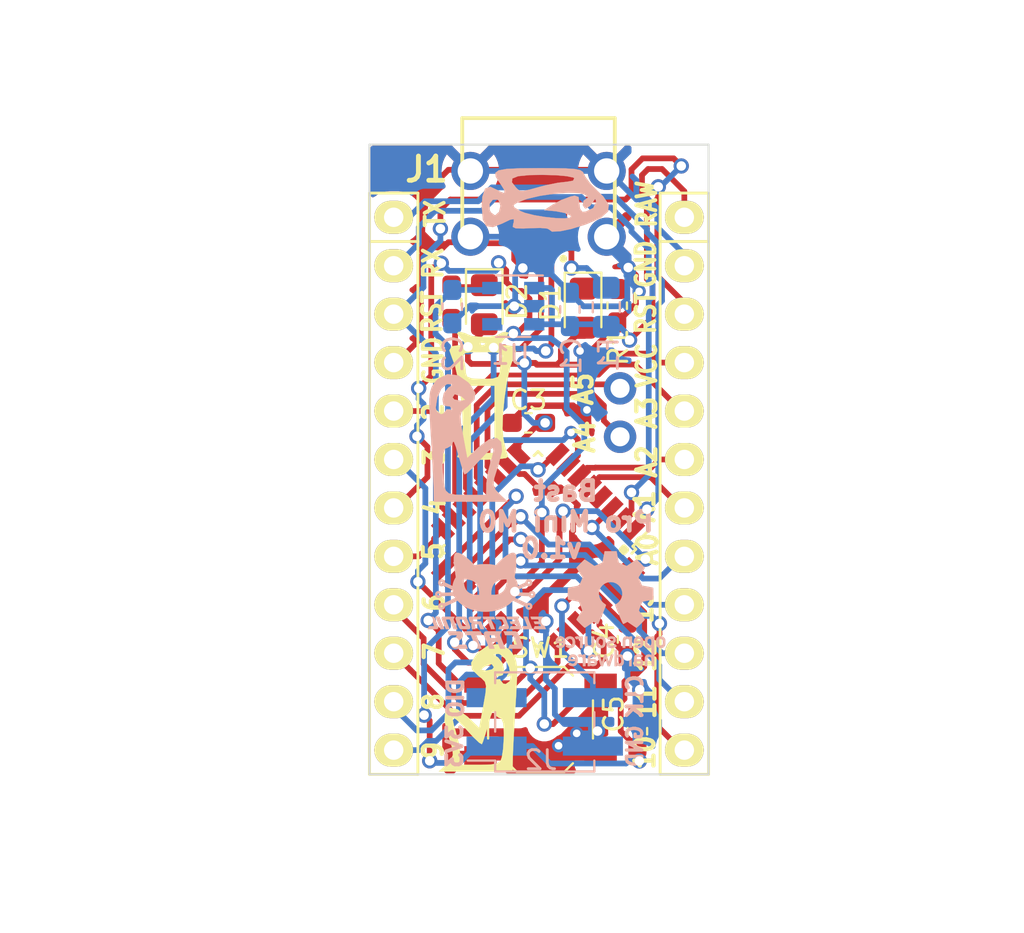
<source format=kicad_pcb>
(kicad_pcb (version 20221018) (generator pcbnew)
  (title_block (title "Bast Pro Mini M0 ") (date "2019-11-15") (rev "1.0") (company "Electronic Cats") (comment 1 "Eduardo Contreras") (comment 2 "Andres Sabas") (comment 3 "Edgar Capuchino"))
  (layers (0 "F.Cu" signal) (31 "B.Cu" signal) (34 "B.Paste" user) (35 "F.Paste" user) (36 "B.SilkS" user "B.Silkscreen") (37 "F.SilkS" user "F.Silkscreen") (38 "B.Mask" user) (39 "F.Mask" user) (44 "Edge.Cuts" user))
  (net 0 "")
  (net 1 "/1(Tx)")
  (net 2 "/0(Rx)")
  (net 3 "GND")
  (net 4 "/2")
  (net 5 "/3(**)")
  (net 6 "/4")
  (net 7 "/5(**)")
  (net 8 "/6(**)")
  (net 9 "/7")
  (net 10 "/8")
  (net 11 "/9(**)")
  (net 12 "VCC")
  (net 13 "/A3")
  (net 14 "/A2")
  (net 15 "/A1")
  (net 16 "/A0")
  (net 17 "/13(SCK)")
  (net 18 "/12(MISO)")
  (net 19 "/11(**/MOSI)")
  (net 20 "/10(**/SS)")
  (net 21 "+3V3")
  (net 22 "Net-(C4-Pad1)")
  (net 23 "Net-(D1-Pad1)")
  (net 24 "Net-(D2-Pad1)")
  (net 25 "Net-(F1-Pad2)")
  (net 26 "Net-(J1-Pad4)")
  (net 27 "/SWDIO")
  (net 28 "/SWCLK")
  (net 29 "/SDA")
  (net 30 "/SCL")
  (net 31 "/RESET")
  (net 32 "/D-")
  (net 33 "/D+")
  (net 34 "/LED")
  (net 35 "Net-(U2-Pad4)")
  (footprint "Socket_Arduino_Pro_Mini:Socket_Strip_Arduino_1x12" (layer "F.Cu") (at 138.43 85.09 -90)
    (fp_text reference "P1" hide)
    (fp_text value "Digital")
  )
  (footprint "Socket_Arduino_Pro_Mini:Socket_Strip_Arduino_1x12" (layer "F.Cu") (at 153.67 85.09 -90)
    (fp_text reference "P3")
    (fp_text value "Analog")
  )
  (footprint "Connector_PinHeader_2.54mm:PinHeader_1x02_P2.54mm_Vertical" (layer "F.Cu") (at 150.3 96.6 180)
    (fp_text reference "P2" hide)
    (fp_text value "ADC")
  )
  (footprint "Package_QFP:LQFP-32_7x7mm_P0.8mm" (layer "F.Cu") (at 146 102.5 -135)
    (fp_text reference "U2")
    (fp_text value "ATSAMD21E18A-AF")
  )
  (footprint "LOGO" (layer "F.Cu") (at 142.8 110.8)
    (fp_text reference "G***" hide)
    (fp_text value "LOGO" hide)
  )
  (footprint "LED_SMD:LED_0805_2012Metric_Pad1.15x1.40mm_HandSolder" (layer "F.Cu") (at 148.36 89.855 -90)
    (fp_text reference "D1")
    (fp_text value "POWER")
  )
  (footprint "LOGO" (layer "F.Cu") (at 143.1 94.45)
    (fp_text reference "G***" hide)
    (fp_text value "LOGO" hide)
  )
  (footprint "Resistor_SMD:R_0603_1608Metric_Pad1.05x0.95mm_HandSolder" (layer "F.Cu") (at 141.46 89.545 -90)
    (fp_text reference "R2" hide)
    (fp_text value "330")
  )
  (footprint "Resistor_SMD:R_0603_1608Metric_Pad1.05x0.95mm_HandSolder" (layer "F.Cu") (at 150.15 89.725 -90)
    (fp_text reference "R1")
    (fp_text value "330")
  )
  (footprint "Capacitor_SMD:C_0603_1608Metric_Pad1.05x0.95mm_HandSolder" (layer "F.Cu") (at 151.21 112.04 90)
    (fp_text reference "C5")
    (fp_text value "0.1uF")
  )
  (footprint "Capacitor_SMD:C_0603_1608Metric_Pad1.05x0.95mm_HandSolder" (layer "F.Cu") (at 150.69 107.225 -90)
    (fp_text reference "C4")
    (fp_text value "0.1uF")
  )
  (footprint "Capacitor_SMD:C_0603_1608Metric_Pad1.05x0.95mm_HandSolder" (layer "F.Cu") (at 145.495 95.87 180)
    (fp_text reference "C3")
    (fp_text value "0.1uF")
  )
  (footprint "LED_SMD:LED_0805_2012Metric_Pad1.15x1.40mm_HandSolder" (layer "F.Cu") (at 143.18 89.675 -90)
    (fp_text reference "D2")
    (fp_text value "LED")
  )
  (footprint "Button_Switch_SMD:SW_SPST_TL3342" (layer "F.Cu") (at 146.13 111.42)
    (fp_text reference "SW1")
    (fp_text value "SW_DPST_x2")
  )
  (footprint "Connectors:U254051N4BH806" (layer "F.Cu") (at 146.025 83.625 180)
    (fp_text reference "J1")
    (fp_text value "USB_B_Micro" hide)
  )
  (footprint "Aesthetics:electronic_cats_logo_4x3" (layer "B.Cu") (at 143.23 105.2 180)
    (fp_text reference "G***" hide)
    (fp_text value "LOGO" hide)
  )
  (footprint "Symbols:OSHW-Logo_5.7x6mm_SilkScreen" (layer "B.Cu") (at 149.81 105.61 180)
    (fp_text reference "REF***" hide)
    (fp_text value "OSHW-Logo_5.7x6mm_SilkScreen" hide)
  )
  (footprint "Fuse:Fuse_0805_2012Metric_Pad1.15x1.40mm_HandSolder" (layer "B.Cu") (at 149.578336 89.807959 90)
    (fp_text reference "F1")
    (fp_text value "500mA")
  )
  (footprint "LOGO" (layer "B.Cu") (at 142.4 96.65 180)
    (fp_text reference "G***" hide)
    (fp_text value "LOGO" hide)
  )
  (footprint "LOGO" (layer "B.Cu") (at 146.4 84.1 180)
    (fp_text reference "G***" hide)
    (fp_text value "LOGO" hide)
  )
  (footprint "Capacitor_SMD:C_0603_1608Metric_Pad1.05x0.95mm_HandSolder" (layer "B.Cu") (at 147.670336 89.921959 90)
    (fp_text reference "C1")
    (fp_text value "1uF")
  )
  (footprint "Capacitor_SMD:C_0603_1608Metric_Pad1.05x0.95mm_HandSolder" (layer "B.Cu") (at 141.5 89.775 -90)
    (fp_text reference "C2")
    (fp_text value "1uF")
  )
  (footprint "Connector_PinHeader_2.54mm:PinHeader_2x02_P2.54mm_Vertical_SMD" (layer "B.Cu") (at 146.35 111.55)
    (fp_text reference "J2")
    (fp_text value "Conn_02x02_Odd_Even")
  )
  (footprint "Package_TO_SOT_SMD:SOT-23-5" (layer "B.Cu") (at 144.7 89.75 180)
    (fp_text reference "U1")
    (fp_text value "AP2112K-3.3TRG1")
  )
  (gr_line (start 137.16 81.28) (end 154.94 81.28) (stroke (width 0.1)) (layer "Edge.Cuts"))
  (gr_line (start 154.94 114.3) (end 137.16 114.3) (stroke (width 0.1)) (layer "Edge.Cuts"))
  (gr_line (start 137.16 114.3) (end 137.16 81.28) (stroke (width 0.1)) (layer "Edge.Cuts"))
  (gr_line (start 154.94 81.28) (end 154.94 114.3) (stroke (width 0.1)) (layer "Edge.Cuts"))
  (gr_text "GND" (at 151.075 112.825 90) (layer "B.SilkS") (effects (font (size 0.8 0.7) (thickness 0.175)) (justify mirror)))
  (gr_text "DIO" (at 141.675 110.3 90) (layer "B.SilkS") (effects (font (size 0.8 0.8) (thickness 0.2)) (justify mirror)))
  (gr_text "3V3" (at 141.625 112.825 90) (layer "B.SilkS") (effects (font (size 0.8 0.8) (thickness 0.2)) (justify mirror)))
  (gr_text "Bast\nPro Mini M0" (at 147.45 100.25) (layer "B.SilkS") (effects (font (size 1 1) (thickness 0.25)) (justify mirror)))
  (gr_text "CLK" (at 151.075 110.225 90) (layer "B.SilkS") (effects (font (size 0.8 0.8) (thickness 0.2)) (justify mirror)))
  (gr_text "v1.0" (at 146.7 102.45) (layer "B.SilkS") (effects (font (size 1 1) (thickness 0.25)) (justify mirror)))
  (gr_text "RST" (at 151.65 90.1 90) (layer "F.SilkS") (effects (font (size 1 0.8) (thickness 0.2))))
  (gr_text "VCC" (at 151.7 92.85 90) (layer "F.SilkS") (effects (font (size 1 0.8) (thickness 0.2))))
  (gr_text "A3" (at 151.7 95.35 90) (layer "F.SilkS") (effects (font (size 1 0.9) (thickness 0.225))))
  (gr_text "A2" (at 151.7 97.9 90) (layer "F.SilkS") (effects (font (size 1 0.9) (thickness 0.225))))
  (gr_text "A1" (at 151.6 100.25 90) (layer "F.SilkS") (effects (font (size 1 0.9) (thickness 0.225))))
  (gr_text "A0" (at 151.75 102.5 90) (layer "F.SilkS") (effects (font (size 1 0.9) (thickness 0.225))))
  (gr_text "13" (at 151.5 105.5 90) (layer "F.SilkS") (effects (font (size 1 0.9) (thickness 0.225))))
  (gr_text "12" (at 151.65 108.05 90) (layer "F.SilkS") (effects (font (size 1 0.9) (thickness 0.225))))
  (gr_text "11" (at 151.65 110.5 90) (layer "F.SilkS") (effects (font (size 1 0.9) (thickness 0.225))))
  (gr_text "10" (at 151.6 113.15 90) (layer "F.SilkS") (effects (font (size 1 0.9) (thickness 0.225))))
  (gr_text "9" (at 140.5 113.05 90) (layer "F.SilkS") (effects (font (size 1 0.9) (thickness 0.225))))
  (gr_text "8" (at 140.5 110.5 90) (layer "F.SilkS") (effects (font (size 1 0.9) (thickness 0.225))))
  (gr_text "7" (at 140.55 107.85 90) (layer "F.SilkS") (effects (font (size 1 0.9) (thickness 0.225))))
  (gr_text "6" (at 140.55 105.3 90) (layer "F.SilkS") (effects (font (size 1 0.9) (thickness 0.225))))
  (gr_text "5" (at 140.5 102.6 90) (layer "F.SilkS") (effects (font (size 1 0.9) (thickness 0.225))))
  (gr_text "4" (at 140.6 100.25 90) (layer "F.SilkS") (effects (font (size 1 0.9) (thickness 0.225))))
  (gr_text "3" (at 140.55 97.65 90) (layer "F.SilkS") (effects (font (size 1 0.9) (thickness 0.225))))
  (gr_text "2" (at 140.5 95.3 90) (layer "F.SilkS") (effects (font (size 1 0.9) (thickness 0.225))))
  (gr_text "A4" (at 148.45 96.6 90) (layer "F.SilkS") (effects (font (size 1 0.9) (thickness 0.225))))
  (gr_text "A5" (at 148.35 94.1 90) (layer "F.SilkS") (effects (font (size 1 0.9) (thickness 0.225))))
  (gr_text "GND" (at 140.5 92.6 90) (layer "F.SilkS") (effects (font (size 1 0.8) (thickness 0.2))))
  (gr_text "TX" (at 140.6 84.9 90) (layer "F.SilkS") (effects (font (size 1 0.8) (thickness 0.2))))
  (gr_text "RX" (at 140.5 87.5 90) (layer "F.SilkS") (effects (font (size 1 0.8) (thickness 0.2))))
  (gr_text "RST" (at 140.45 90.05 90) (layer "F.SilkS") (effects (font (size 1 0.8) (thickness 0.2))))
  (gr_text "RAW" (at 151.7 84.4 90) (layer "F.SilkS") (effects (font (size 1 0.8) (thickness 0.2))))
  (gr_text "." (at 150.5 101.5) (layer "F.SilkS") (effects (font (size 2.5 2.5) (thickness 0.3)) (justify mirror)))
  (gr_text "GND" (at 151.65 87.55 90) (layer "F.SilkS") (effects (font (size 1 0.8) (thickness 0.2))))
  (segment (start 150.985103 101.474695) (end 151.85 100.609798) (width 0.3) (layer "F.Cu") (net 1))
  (segment (start 151.85 100.609798) (end 151.85 100.45) (width 0.3) (layer "F.Cu") (net 1))
  (via (at 151.71 100.4) (size 0.8) (drill 0.5) (layers "F.Cu" "B.Cu") (net 1))
  (segment (start 152.500012 89.471285) (end 152.30399 89.667307) (width 0.3) (layer "B.Cu") (net 1))
  (segment (start 142.858012 84.24999) (end 140.07501 84.24999) (width 0.3) (layer "B.Cu") (net 1))
  (segment (start 151.703979 85.685142) (end 151.703979 85.866146) (width 0.3) (layer "B.Cu") (net 1))
  (segment (start 148.466987 83.524989) (end 143.583013 83.524989) (width 0.3) (layer "B.Cu") (net 1))
  (segment (start 143.583013 83.524989) (end 142.858012 84.24999) (width 0.3) (layer "B.Cu") (net 1))
  (segment (start 151.68 100.41) (end 151.81 100.41) (width 0.3) (layer "B.Cu") (net 1))
  (segment (start 152.30399 99.80601) (end 152.109999 100.000001) (width 0.3) (layer "B.Cu") (net 1))
  (segment (start 152.500013 88.431887) (end 152.500012 89.471285) (width 0.3) (layer "B.Cu") (net 1))
  (segment (start 151.3 85.281163) (end 151.703979 85.685142) (width 0.3) (layer "B.Cu") (net 1))
  (segment (start 151.703982 85.866152) (end 152.30399 86.46616) (width 0.3) (layer "B.Cu") (net 1))
  (segment (start 140.07501 84.24999) (end 139.235 85.09) (width 0.3) (layer "B.Cu") (net 1))
  (segment (start 152.19 99.9) (end 151.68 100.41) (width 0.3) (layer "B.Cu") (net 1))
  (segment (start 152.30399 89.667307) (end 152.30399 99.80601) (width 0.3) (layer "B.Cu") (net 1))
  (segment (start 151.703982 85.685145) (end 151.703982 85.866152) (width 0.3) (layer "B.Cu") (net 1))
  (segment (start 151.3 85.281163) (end 151.703982 85.685145) (width 0.3) (layer "B.Cu") (net 1))
  (segment (start 151.81 100.41) (end 151.85 100.45) (width 0.3) (layer "B.Cu") (net 1))
  (segment (start 151.3 85.281163) (end 150.028838 84.010001) (width 0.3) (layer "B.Cu") (net 1))
  (segment (start 148.951999 84.010001) (end 148.466987 83.524989) (width 0.3) (layer "B.Cu") (net 1))
  (segment (start 139.235 85.09) (end 138.43 85.09) (width 0.3) (layer "B.Cu") (net 1))
  (segment (start 150.028838 84.010001) (end 148.951999 84.010001) (width 0.3) (layer "B.Cu") (net 1))
  (segment (start 152.30399 88.235864) (end 152.500013 88.431887) (width 0.3) (layer "B.Cu") (net 1))
  (segment (start 152.30399 86.46616) (end 152.30399 88.235864) (width 0.3) (layer "B.Cu") (net 1))
  (segment (start 152.109999 100.000001) (end 151.71 100.4) (width 0.3) (layer "B.Cu") (net 1))
  (segment (start 150.9 100.428427) (end 150.9 99.516979) (width 0.3) (layer "F.Cu") (net 2))
  (segment (start 150.419417 100.90901) (end 150.9 100.428427) (width 0.3) (layer "F.Cu") (net 2))
  (via (at 150.9 99.516979) (size 0.8) (drill 0.5) (layers "F.Cu" "B.Cu") (net 2))
  (segment (start 138.5824 87.63) (end 138.43 87.63) (width 0.3) (layer "B.Cu") (net 2))
  (segment (start 140.61 84.75) (end 139.746 85.614) (width 0.3) (layer "B.Cu") (net 2))
  (segment (start 139.746 85.614) (end 139.746 86.4664) (width 0.3) (layer "B.Cu") (net 2))
  (segment (start 151.803979 98.613) (end 151.803979 89.460196) (width 0.3) (layer "B.Cu") (net 2))
  (segment (start 148.804002 84.57) (end 148.259002 84.025) (width 0.3) (layer "B.Cu") (net 2))
  (segment (start 152.000002 88.638998) (end 151.80398 88.442976) (width 0.3) (layer "B.Cu") (net 2))
  (segment (start 139.746 86.4664) (end 138.5824 87.63) (width 0.3) (layer "B.Cu") (net 2))
  (segment (start 143.065124 84.75) (end 140.61 84.75) (width 0.3) (layer "B.Cu") (net 2))
  (segment (start 150.90001 85.84001) (end 150.90001 85.659006) (width 0.3) (layer "B.Cu") (net 2))
  (segment (start 143.532125 84.282999) (end 143.065124 84.75) (width 0.3) (layer "B.Cu") (net 2))
  (segment (start 151.803979 86.743979) (end 150.90001 85.84001) (width 0.3) (layer "B.Cu") (net 2))
  (segment (start 148.259002 84.025) (end 143.790998 84.025) (width 0.3) (layer "B.Cu") (net 2))
  (segment (start 152.000002 89.264173) (end 152.000002 88.638998) (width 0.3) (layer "B.Cu") (net 2))
  (segment (start 150.9 99.516979) (end 151.803979 98.613) (width 0.3) (layer "B.Cu") (net 2))
  (segment (start 150.90001 85.659006) (end 149.811004 84.57) (width 0.3) (layer "B.Cu") (net 2))
  (segment (start 143.532999 84.282999) (end 143.532125 84.282999) (width 0.3) (layer "B.Cu") (net 2))
  (segment (start 149.811004 84.57) (end 148.804002 84.57) (width 0.3) (layer "B.Cu") (net 2))
  (segment (start 151.80398 88.442976) (end 151.803979 86.743979) (width 0.3) (layer "B.Cu") (net 2))
  (segment (start 151.803979 89.460196) (end 152.000002 89.264173) (width 0.3) (layer "B.Cu") (net 2))
  (segment (start 143.790998 84.025) (end 143.532999 84.282999) (width 0.3) (layer "B.Cu") (net 2))
  (segment (start 151.299685 88.974704) (end 151.129989 89.1444) (width 0.3) (layer "F.Cu") (net 3))
  (segment (start 141 86.7) (end 139.82 86.59) (width 0.3) (layer "F.Cu") (net 3))
  (segment (start 148.694974 92.1) (end 148.2 92.1) (width 0.3) (layer "F.Cu") (net 3))
  (segment (start 145.997459 99.257459) (end 147.185089 99.257459) (width 0.3) (layer "F.Cu") (net 3))
  (segment (start 144.550415 98.080583) (end 145.021135 98.551303) (width 0.3) (layer "F.Cu") (net 3))
  (segment (start 149.67 113.02) (end 149.11499 113.57501) (width 0.3) (layer "F.Cu") (net 3))
  (segment (start 145.291303 98.551303) (end 145.997459 99.257459) (width 0.3) (layer "F.Cu") (net 3))
  (segment (start 150.15 90.6) (end 151.129989 89.620011) (width 0.3) (layer "F.Cu") (net 3))
  (segment (start 141.3 86.4) (end 142.325 86.4) (width 0.3) (layer "F.Cu") (net 3))
  (segment (start 151.129989 88.124802) (end 150.72999 87.724803) (width 0.3) (layer "F.Cu") (net 3))
  (segment (start 139.93 83.97) (end 139.93 85.914002) (width 0.3) (layer "F.Cu") (net 3))
  (segment (start 149.217335 106.475498) (end 150.190928 107.449091) (width 0.3) (layer "F.Cu") (net 3))
  (segment (start 148.09 100.18) (end 148.028254 100.241746) (width 0.3) (layer "F.Cu") (net 3))
  (segment (start 144.13 113.32) (end 149.28 113.32) (width 0.3) (layer "F.Cu") (net 3))
  (segment (start 139.85 91.4424) (end 139.85 87.146) (width 0.3) (layer "F.Cu") (net 3))
  (segment (start 148.763546 92.1) (end 148.694974 92.1) (width 0.3) (layer "F.Cu") (net 3))
  (segment (start 139.93 85.914002) (end 140.505999 86.490001) (width 0.3) (layer "F.Cu") (net 3))
  (segment (start 149.650928 91.212618) (end 148.763546 92.1) (width 0.3) (layer "F.Cu") (net 3))
  (segment (start 147.839817 99.912187) (end 147.839817 99.929817) (width 0.3) (layer "F.Cu") (net 3))
  (segment (start 138.5824 92.71) (end 139.85 91.4424) (width 0.3) (layer "F.Cu") (net 3))
  (segment (start 149.28 113.32) (end 149.28 112.19) (width 0.3) (layer "F.Cu") (net 3))
  (segment (start 151.21 109.980011) (end 151.330011 109.86) (width 0.3) (layer "F.Cu") (net 3))
  (segment (start 149.67 113.02) (end 149.170928 113.519072) (width 0.3) (layer "F.Cu") (net 3))
  (segment (start 147.375 112.8) (end 148.025 112.15) (width 0.3) (layer "F.Cu") (net 3))
  (segment (start 150.15 90.6) (end 149.650928 91.099072) (width 0.3) (layer "F.Cu") (net 3))
  (segment (start 150.190928 107.449091) (end 150.190928 107.600928) (width 0.3) (layer "F.Cu") (net 3))
  (segment (start 140.505999 86.490001) (end 141.209999 86.490001) (width 0.3) (layer "F.Cu") (net 3))
  (segment (start 147.6 95) (end 147.65 95.05) (width 0.3) (layer "F.Cu") (net 3))
  (segment (start 144.53 95.85) (end 145.389978 94.990022) (width 0.3) (layer "F.Cu") (net 3))
  (segment (start 144.000928 96.199072) (end 144.5 95.7) (width 0.3) (layer "F.Cu") (net 3))
  (segment (start 151.129989 89.1444) (end 151.129989 89.279989) (width 0.3) (layer "F.Cu") (net 3))
  (segment (start 148.722361 105.788047) (end 149.217335 106.283021) (width 0.3) (layer "F.Cu") (net 3))
  (segment (start 147.934315 95.05) (end 148.5 95.05) (width 0.3) (layer "F.Cu") (net 3))
  (segment (start 147.075 112.8) (end 147.375 112.8) (width 0.3) (layer "F.Cu") (net 3))
  (segment (start 144.40901 98.080583) (end 143.925044 97.596617) (width 0.3) (layer "F.Cu") (net 3))
  (segment (start 148.028254 100.981563) (end 147.839817 101.17) (width 0.3) (layer "F.Cu") (net 3))
  (segment (start 147.185089 99.257459) (end 147.839817 99.912187) (width 0.3) (layer "F.Cu") (net 3))
  (segment (start 139.93 86.7) (end 139.82 86.59) (width 0.3) (layer "F.Cu") (net 3))
  (segment (start 144.40901 98.080583) (end 144.550415 98.080583) (width 0.3) (layer "F.Cu") (net 3))
  (segment (start 150.190928 107.600928) (end 150.69 108.1) (width 0.3) (layer "F.Cu") (net 3))
  (segment (start 147.874337 94.990022) (end 147.934315 95.05) (width 0.3) (layer "F.Cu") (net 3))
  (segment (start 143.925044 96.274956) (end 144.000928 96.199072) (width 0.3) (layer "F.Cu") (net 3))
  (segment (start 149.217335 106.283021) (end 149.217335 106.475498) (width 0.3) (layer "F.Cu") (net 3))
  (segment (start 142.175 82.6) (end 149.925 82.6) (width 0.3) (layer "F.Cu") (net 3))
  (segment (start 143.925044 97.596617) (end 143.925044 96.274956) (width 0.3) (layer "F.Cu") (net 3))
  (segment (start 145.539999 94.950001) (end 147.830993 94.950001) (width 0.3) (layer "F.Cu") (net 3))
  (segment (start 141.209999 86.490001) (end 141.3 86.4) (width 0.3) (layer "F.Cu") (net 3))
  (segment (start 141.3 82.6) (end 139.93 83.97) (width 0.3) (layer "F.Cu") (net 3))
  (segment (start 142.175 82.6) (end 141.3 82.6) (width 0.3) (layer "F.Cu") (net 3))
  (segment (start 141.3 86.4) (end 141 86.7) (width 0.3) (layer "F.Cu") (net 3))
  (segment (start 147.65 95.05) (end 148.5 95.05) (width 0.3) (layer "F.Cu") (net 3))
  (segment (start 142.98 113.32) (end 144.13 113.32) (width 0.3) (layer "F.Cu") (net 3))
  (segment (start 139.85 87.146) (end 140.505999 86.490001) (width 0.3) (layer "F.Cu") (net 3))
  (segment (start 147.839817 99.929817) (end 148.09 100.18) (width 0.3) (layer "F.Cu") (net 3))
  (segment (start 147.839817 101.17) (end 147.839817 101.525183) (width 0.3) (layer "F.Cu") (net 3))
  (segment (start 147.830993 94.950001) (end 148.068009 95.187017) (width 0.3) (layer "F.Cu") (net 3))
  (segment (start 147.839817 101.525183) (end 147.775 101.59) (width 0.3) (layer "F.Cu") (net 3))
  (segment (start 144.62 95.87) (end 145.539999 94.950001) (width 0.3) (layer "F.Cu") (net 3))
  (segment (start 147.775 103.590998) (end 146.411876 104.954122) (width 0.3) (layer "F.Cu") (net 3))
  (segment (start 142.375 86.45) (end 142.325 86.4) (width 0.3) (layer "F.Cu") (net 3))
  (segment (start 144.75 87.3) (end 145.2 87.75) (width 0.3) (layer "F.Cu") (net 3))
  (segment (start 148.028254 100.241746) (end 148.028254 100.981563) (width 0.3) (layer "F.Cu") (net 3))
  (segment (start 145.389978 94.990022) (end 147.874337 94.990022) (width 0.3) (layer "F.Cu") (net 3))
  (segment (start 148.068009 95.187017) (end 148.562983 95.187017) (width 0.3) (layer "F.Cu") (net 3))
  (segment (start 151.129989 89.620011) (end 151.129989 88.124802) (width 0.3) (layer "F.Cu") (net 3))
  (segment (start 144.75 86.45) (end 142.375 86.45) (width 0.3) (layer "F.Cu") (net 3))
  (segment (start 147.775 101.59) (end 147.775 103.590998) (width 0.3) (layer "F.Cu") (net 3))
  (segment (start 144.75 86.45) (end 144.75 87.3) (width 0.3) (layer "F.Cu") (net 3))
  (segment (start 151.21 111.165) (end 151.21 109.980011) (width 0.3) (layer "F.Cu") (net 3))
  (segment (start 149.28 112.19) (end 149.12 112.03) (width 0.3) (layer "F.Cu") (net 3))
  (segment (start 138.43 92.71) (end 138.5824 92.71) (width 0.3) (layer "F.Cu") (net 3))
  (segment (start 146.411876 104.954122) (end 146.411876 106.272009) (width 0.3) (layer "F.Cu") (net 3))
  (segment (start 145.021135 98.551303) (end 145.291303 98.551303) (width 0.3) (layer "F.Cu") (net 3))
  (segment (start 149.650928 91.099072) (end 149.650928 91.212618) (width 0.3) (layer "F.Cu") (net 3))
  (via (at 150.69 108.1) (size 0.8) (drill 0.5) (layers "F.Cu" "B.Cu") (net 3))
  (via (at 145.2 87.75) (size 0.8) (drill 0.5) (layers "F.Cu" "B.Cu") (net 3))
  (via (at 151.330011 109.86) (size 0.8) (drill 0.5) (layers "F.Cu" "B.Cu") (net 3))
  (via (at 148.562983 95.187017) (size 0.7) (drill 0.4) (layers "F.Cu" "B.Cu") (net 3))
  (via (at 148.025 112.15) (size 0.7) (drill 0.4) (layers "F.Cu" "B.Cu") (net 3))
  (via (at 144.75 89.75) (size 0.8) (drill 0.5) (layers "F.Cu" "B.Cu") (net 3))
  (via (at 148.2 92.1) (size 0.7) (drill 0.4) (layers "F.Cu" "B.Cu") (net 3))
  (via (at 150.72999 87.724803) (size 0.8) (drill 0.5) (layers "F.Cu" "B.Cu") (net 3))
  (via (at 149.12 112.03) (size 0.8) (drill 0.5) (layers "F.Cu" "B.Cu") (net 3))
  (via (at 147.075 112.8) (size 0.7) (drill 0.4) (layers "F.Cu" "B.Cu") (net 3))
  (via (at 146.411876 106.272009) (size 0.8) (drill 0.5) (layers "F.Cu" "B.Cu") (net 3))
  (via (at 151.299685 88.974704) (size 0.7) (drill 0.4) (layers "F.Cu" "B.Cu") (net 3))
  (segment (start 142.4 89.75) (end 141.5 90.65) (width 0.3) (layer "B.Cu") (net 3))
  (segment (start 149.775 86.4) (end 149.775 86.769813) (width 0.3) (layer "B.Cu") (net 3))
  (segment (start 153.67 87.029414) (end 152.25399 85.613404) (width 0.3) (layer "B.Cu") (net 3))
  (segment (start 144.815 86.11) (end 144.975 85.95) (width 0.3) (layer "B.Cu") (net 3))
  (segment (start 148.695 112.82) (end 148.025 112.15) (width 0.3) (layer "B.Cu") (net 3))
  (segment (start 150.69 108.1) (end 150.69 109.219989) (width 0.3) (layer "B.Cu") (net 3))
  (segment (start 146.880011 109.807454) (end 146.880011 111.155011) (width 0.3) (layer "B.Cu") (net 3))
  (segment (start 149.925 82.925) (end 149.925 82.6) (width 0.3) (layer "B.Cu") (net 3))
  (segment (start 149.775 86.675) (end 150.975 87.875) (width 0.3) (layer "B.Cu") (net 3))
  (segment (start 148.697832 112.82) (end 148.875 112.82) (width 0.3) (layer "B.Cu") (net 3))
  (segment (start 145.8 89.75) (end 144.97 89.75) (width 0.3) (layer "B.Cu") (net 3))
  (segment (start 148.875 112.82) (end 148.875 112.65) (width 0.3) (layer "B.Cu") (net 3))
  (segment (start 150.64 87.265) (end 149.775 86.4) (width 0.3) (layer "B.Cu") (net 3))
  (segment (start 150.678346 88.188713) (end 150.64 88.150367) (width 0.3) (layer "B.Cu") (net 3))
  (segment (start 148.212984 94.837018) (end 148.562983 95.187017) (width 0.3) (layer "B.Cu") (net 3))
  (segment (start 144.75 89.75) (end 142.4 89.75) (width 0.3) (layer "B.Cu") (net 3))
  (segment (start 149.775 86.4) (end 149.775 86.675) (width 0.3) (layer "B.Cu") (net 3))
  (segment (start 148.875 112.82) (end 147.095 112.82) (width 0.3) (layer "B.Cu") (net 3))
  (segment (start 152.25399 85.613404) (end 152.25399 84.62899) (width 0.3) (layer "B.Cu") (net 3))
  (segment (start 149 112.15) (end 149.12 112.03) (width 0.3) (layer "B.Cu") (net 3))
  (segment (start 145.2 87.75) (end 145.765685 87.75) (width 0.3) (layer "B.Cu") (net 3))
  (segment (start 153.67 87.63) (end 153.67 87.029414) (width 0.3) (layer "B.Cu") (net 3))
  (segment (start 151.15 84.15) (end 149.925 82.925) (width 0.3) (layer "B.Cu") (net 3))
  (segment (start 147.171264 88.547887) (end 147.670336 89.046959) (width 0.3) (layer "B.Cu") (net 3))
  (segment (start 146.880011 111.155011) (end 147.325 111.6) (width 0.3) (layer "B.Cu") (net 3))
  (segment (start 148.875 112.82) (end 148.695 112.82) (width 0.3) (layer "B.Cu") (net 3))
  (segment (start 150.678346 89.377205) (end 150.678346 88.188713) (width 0.3) (layer "B.Cu") (net 3))
  (segment (start 146.411876 106.272009) (end 146.411876 109.339319) (width 0.3) (layer "B.Cu") (net 3))
  (segment (start 149.6 82.66) (end 148.185787 82.66) (width 0.3) (layer "B.Cu") (net 3))
  (segment (start 151.15 84.15) (end 151.15 83.15) (width 0.3) (layer "B.Cu") (net 3))
  (segment (start 150.69 109.219989) (end 151.330011 109.86) (width 0.3) (layer "B.Cu") (net 3))
  (segment (start 144.800001 89.580001) (end 144.800001 88.149999) (width 0.3) (layer "B.Cu") (net 3))
  (segment (start 152.25399 84.62899) (end 151.775 84.15) (width 0.3) (layer "B.Cu") (net 3))
  (segment (start 147.670336 89.046959) (end 148.381346 89.757969) (width 0.3) (layer "B.Cu") (net 3))
  (segment (start 149.775 86.769813) (end 150.72999 87.724803) (width 0.3) (layer "B.Cu") (net 3))
  (segment (start 150.975 88.650019) (end 151.299685 88.974704) (width 0.3) (layer "B.Cu") (net 3))
  (segment (start 147.095 112.82) (end 147.075 112.8) (width 0.3) (layer "B.Cu") (net 3))
  (segment (start 142.45 86.11) (end 144.815 86.11) (width 0.3) (layer "B.Cu") (net 3))
  (segment (start 148.381346 89.757969) (end 150.297582 89.757969) (width 0.3) (layer "B.Cu") (net 3))
  (segment (start 148.875 112.82) (end 148.875 112.275) (width 0.3) (layer "B.Cu") (net 3))
  (segment (start 144.97 89.75) (end 144.800001 89.580001) (width 0.3) (layer "B.Cu") (net 3))
  (segment (start 150.975 87.875) (end 150.975 88.650019) (width 0.3) (layer "B.Cu") (net 3))
  (segment (start 148.025 112.15) (end 149 112.15) (width 0.3) (layer "B.Cu") (net 3))
  (segment (start 148.875 112.65) (end 148.525 112.3) (width 0.3) (layer "B.Cu") (net 3))
  (segment (start 148.69 111.6) (end 149.12 112.03) (width 0.3) (layer "B.Cu") (net 3))
  (segment (start 145.765685 87.75) (end 146.090684 88.074999) (width 0.3) (layer "B.Cu") (net 3))
  (segment (start 148.185787 82.66) (end 142.45 82.66) (width 0.3) (layer "B.Cu") (net 3))
  (segment (start 150.64 88.150367) (end 150.64 87.265) (width 0.3) (layer "B.Cu") (net 3))
  (segment (start 148.875 112.275) (end 149.12 112.03) (width 0.3) (layer "B.Cu") (net 3))
  (segment (start 148.2 92.1) (end 148.2 94.824034) (width 0.3) (layer "B.Cu") (net 3))
  (segment (start 148.875 112.82) (end 149.95 112.82) (width 0.3) (layer "B.Cu") (net 3))
  (segment (start 144.800001 88.149999) (end 145.2 87.75) (width 0.3) (layer "B.Cu") (net 3))
  (segment (start 146.411876 109.339319) (end 146.880011 109.807454) (width 0.3) (layer "B.Cu") (net 3))
  (segment (start 150.297582 89.757969) (end 150.678346 89.377205) (width 0.3) (layer "B.Cu") (net 3))
  (segment (start 148.2 94.824034) (end 148.212984 94.837018) (width 0.3) (layer "B.Cu") (net 3))
  (segment (start 151.15 83.15) (end 150.950001 82.950001) (width 0.3) (layer "B.Cu") (net 3))
  (segment (start 145.8 89.75) (end 144.75 89.75) (width 0.3) (layer "B.Cu") (net 3))
  (segment (start 146.698376 88.074999) (end 147.171264 88.547887) (width 0.3) (layer "B.Cu") (net 3))
  (segment (start 147.325 111.6) (end 148.69 111.6) (width 0.3) (layer "B.Cu") (net 3))
  (segment (start 146.090684 88.074999) (end 146.698376 88.074999) (width 0.3) (layer "B.Cu") (net 3))
  (segment (start 151.775 84.15) (end 151.15 84.15) (width 0.3) (layer "B.Cu") (net 3))
  (segment (start 141.580583 100.90901) (end 140.9 100.228427) (width 0.3) (layer "F.Cu") (net 4))
  (segment (start 140.9 95.8) (end 140.35 95.25) (width 0.3) (layer "F.Cu") (net 4))
  (segment (start 140.35 95.25) (end 138.43 95.25) (width 0.3) (layer "F.Cu") (net 4))
  (segment (start 140.9 100.228427) (end 140.9 95.8) (width 0.3) (layer "F.Cu") (net 4))
  (segment (start 139.7 104.2) (end 142.245192 106.745192) (width 0.3) (layer "F.Cu") (net 5))
  (segment (start 143.142641 106.824453) (end 143.049454 106.824453) (width 0.3) (layer "F.Cu") (net 5))
  (segment (start 142.245192 106.745192) (end 143.049454 106.824453) (width 0.3) (layer "F.Cu") (net 5))
  (segment (start 143.843324 106.353732) (end 143.34835 106.848706) (width 0.3) (layer "F.Cu") (net 5))
  (segment (start 143.166894 106.848706) (end 143.142641 106.824453) (width 0.3) (layer "F.Cu") (net 5))
  (segment (start 143.34835 106.848706) (end 143.166894 106.848706) (width 0.3) (layer "F.Cu") (net 5))
  (via (at 139.7 104.2) (size 0.8) (drill 0.5) (layers "F.Cu" "B.Cu") (net 5))
  (segment (start 139.7 104.2) (end 139.7 103.634315) (width 0.3) (layer "B.Cu") (net 5))
  (segment (start 140.089989 103.244326) (end 140.089989 99.297589) (width 0.3) (layer "B.Cu") (net 5))
  (segment (start 140.089989 99.297589) (end 138.5824 97.79) (width 0.3) (layer "B.Cu") (net 5))
  (segment (start 139.7 103.634315) (end 140.089989 103.244326) (width 0.3) (layer "B.Cu") (net 5))
  (segment (start 138.5824 97.79) (end 138.43 97.79) (width 0.3) (layer "B.Cu") (net 5))
  (segment (start 140.139989 93.657963) (end 139.73999 94.057962) (width 0.3) (layer "F.Cu") (net 6))
  (segment (start 141.02 87.72) (end 140.454315 87.72) (width 0.3) (layer "F.Cu") (net 6))
  (segment (start 143.772613 105.293073) (end 143.277639 105.788047) (width 0.3) (layer "F.Cu") (net 6))
  (segment (start 144.330517 88.480517) (end 144.8 88.95) (width 0.3) (layer "F.Cu") (net 6))
  (segment (start 145.550001 89.365999) (end 145.550001 90.529999) (width 0.3) (layer "F.Cu") (net 6))
  (segment (start 143.930518 87.476968) (end 144.330517 87.876967) (width 0.3) (layer "F.Cu") (net 6))
  (segment (start 144.330517 87.876967) (end 144.330517 88.480517) (width 0.3) (layer "F.Cu") (net 6))
  (segment (start 140.2 97.125) (end 139.65 96.575) (width 0.3) (layer "F.Cu") (net 6))
  (segment (start 143.772613 104.593205) (end 143.772613 105.293073) (width 0.3) (layer "F.Cu") (net 6))
  (segment (start 146.2 100.57) (end 146.2 103.166632) (width 0.3) (layer "F.Cu") (net 6))
  (segment (start 140.40001 87.774305) (end 140.40001 93.397942) (width 0.3) (layer "F.Cu") (net 6))
  (segment (start 144.8 88.95) (end 145.134002 88.95) (width 0.3) (layer "F.Cu") (net 6))
  (segment (start 144.448541 103.917277) (end 143.772613 104.593205) (width 0.3) (layer "F.Cu") (net 6))
  (segment (start 140.40001 93.397942) (end 140.139989 93.657963) (width 0.3) (layer "F.Cu") (net 6))
  (segment (start 145.449355 103.917277) (end 144.448541 103.917277) (width 0.3) (layer "F.Cu") (net 6))
  (segment (start 145.550001 90.529999) (end 144.66 91.42) (width 0.3) (layer "F.Cu") (net 6))
  (segment (start 145.134002 88.95) (end 145.550001 89.365999) (width 0.3) (layer "F.Cu") (net 6))
  (segment (start 146.2 103.166632) (end 145.449355 103.917277) (width 0.3) (layer "F.Cu") (net 6))
  (segment (start 138.5824 100.33) (end 140.2 98.7124) (width 0.3) (layer "F.Cu") (net 6))
  (segment (start 140.2 98.7124) (end 140.2 97.125) (width 0.3) (layer "F.Cu") (net 6))
  (segment (start 138.43 100.33) (end 138.5824 100.33) (width 0.3) (layer "F.Cu") (net 6))
  (segment (start 140.454315 87.72) (end 140.40001 87.774305) (width 0.3) (layer "F.Cu") (net 6))
  (via (at 144.704415 91.184581) (size 0.8) (drill 0.5) (layers "F.Cu" "B.Cu") (net 6))
  (via (at 140.926771 87.50001) (size 0.8) (drill 0.5) (layers "F.Cu" "B.Cu") (net 6))
  (via (at 139.73999 94.057962) (size 0.8) (drill 0.5) (layers "F.Cu" "B.Cu") (net 6))
  (via (at 146.2 100.57) (size 0.8) (drill 0.5) (layers "F.Cu" "B.Cu") (net 6))
  (via (at 139.65 96.575) (size 0.8) (drill 0.5) (layers "F.Cu" "B.Cu") (net 6))
  (via (at 143.930518 87.476968) (size 0.8) (drill 0.5) (layers "F.Cu" "B.Cu") (net 6))
  (segment (start 147.499999 92.149999) (end 147.130001 91.780001) (width 0.3) (layer "B.Cu") (net 6))
  (segment (start 146.2 100.57) (end 146.2 99.312471) (width 0.3) (layer "B.Cu") (net 6))
  (segment (start 144.949999 91.425001) (end 146.650001 91.425001) (width 0.3) (layer "B.Cu") (net 6))
  (segment (start 139.65 96.575) (end 139.65 96.009315) (width 0.3) (layer "B.Cu") (net 6))
  (segment (start 139.73999 94.623647) (end 139.73999 94.057962) (width 0.3) (layer "B.Cu") (net 6))
  (segment (start 138.5824 100.33) (end 138.43 100.33) (width 0.3) (layer "B.Cu") (net 6))
  (segment (start 147.130001 91.780001) (end 146.657501 91.417501) (width 0.3) (layer "B.Cu") (net 6))
  (segment (start 143.97 87.7) (end 143.769991 87.900009) (width 0.3) (layer "B.Cu") (net 6))
  (segment (start 141.32677 87.900009) (end 140.926771 87.50001) (width 0.3) (layer "B.Cu") (net 6))
  (segment (start 146.2 99.312471) (end 148.425001 97.08747) (width 0.3) (layer "B.Cu") (net 6))
  (segment (start 139.989989 95.669326) (end 139.989989 94.873646) (width 0.3) (layer "B.Cu") (net 6))
  (segment (start 146.650001 91.425001) (end 147.130001 91.780001) (width 0.3) (layer "B.Cu") (net 6))
  (segment (start 143.769991 87.900009) (end 141.32677 87.900009) (width 0.3) (layer "B.Cu") (net 6))
  (segment (start 147.499999 95.113997) (end 147.499999 92.149999) (width 0.3) (layer "B.Cu") (net 6))
  (segment (start 148.425001 97.08747) (end 148.425001 96.038999) (width 0.3) (layer "B.Cu") (net 6))
  (segment (start 139.989989 94.873646) (end 139.73999 94.623647) (width 0.3) (layer "B.Cu") (net 6))
  (segment (start 139.65 96.009315) (end 139.989989 95.669326) (width 0.3) (layer "B.Cu") (net 6))
  (segment (start 144.66 91.42) (end 144.944998 91.42) (width 0.3) (layer "B.Cu") (net 6))
  (segment (start 148.425001 96.038999) (end 147.499999 95.113997) (width 0.3) (layer "B.Cu") (net 6))
  (segment (start 144.944998 91.42) (end 144.949999 91.425001) (width 0.3) (layer "B.Cu") (net 6))
  (segment (start 139.746 102.87) (end 140.55 102.066) (width 0.3) (layer "F.Cu") (net 7))
  (segment (start 140.55 101.939592) (end 141.014897 101.474695) (width 0.3) (layer "F.Cu") (net 7))
  (segment (start 140.55 102.066) (end 140.55 101.939592) (width 0.3) (layer "F.Cu") (net 7))
  (segment (start 138.43 102.87) (end 139.746 102.87) (width 0.3) (layer "F.Cu") (net 7))
  (segment (start 138.43 102.87) (end 138.5824 102.87) (width 0.3) (layer "F.Cu") (net 7))
  (segment (start 138.85 102.45) (end 138.43 102.87) (width 0.3) (layer "B.Cu") (net 7))
  (segment (start 142.039998 110.56) (end 140.000498 108.5205) (width 0.3) (layer "F.Cu") (net 8))
  (segment (start 147.025305 107.485103) (end 147.025305 108.426862) (width 0.3) (layer "F.Cu") (net 8))
  (segment (start 147.025305 108.426862) (end 144.892168 110.56) (width 0.3) (layer "F.Cu") (net 8))
  (segment (start 140.000498 107.174502) (end 138.43 105.604004) (width 0.3) (layer "F.Cu") (net 8))
  (segment (start 144.892168 110.56) (end 142.039998 110.56) (width 0.3) (layer "F.Cu") (net 8))
  (segment (start 140.000498 108.5205) (end 140.000498 107.174502) (width 0.3) (layer "F.Cu") (net 8))
  (segment (start 138.43 105.604004) (end 138.43 105.41) (width 0.3) (layer "F.Cu") (net 8))
  (segment (start 148.156676 106.353732) (end 148.65165 106.848706) (width 0.3) (layer "F.Cu") (net 9))
  (segment (start 149.440002 107.475998) (end 149.440002 108.244002) (width 0.3) (layer "F.Cu") (net 9))
  (segment (start 148.81271 106.848706) (end 149.440002 107.475998) (width 0.3) (layer "F.Cu") (net 9))
  (segment (start 149.440002 108.244002) (end 149.064005 108.619999) (width 0.3) (layer "F.Cu") (net 9))
  (segment (start 145 111.23) (end 141.71 111.23) (width 0.3) (layer "F.Cu") (net 9))
  (segment (start 149.064005 108.619999) (end 147.610001 108.619999) (width 0.3) (layer "F.Cu") (net 9))
  (segment (start 139.3025 108.8225) (end 138.43 107.95) (width 0.3) (layer "F.Cu") (net 9))
  (segment (start 147.610001 108.619999) (end 145 111.23) (width 0.3) (layer "F.Cu") (net 9))
  (segment (start 141.71 111.23) (end 139.3025 108.8225) (width 0.3) (layer "F.Cu") (net 9))
  (segment (start 148.65165 106.848706) (end 148.81271 106.848706) (width 0.3) (layer "F.Cu") (net 9))
  (segment (start 148.085964 97.585609) (end 148.085964 96.735964) (width 0.3) (layer "F.Cu") (net 10))
  (segment (start 147.59099 98.080583) (end 148.085964 97.585609) (width 0.3) (layer "F.Cu") (net 10))
  (segment (start 147.59099 98.080583) (end 147.544417 98.080583) (width 0.3) (layer "F.Cu") (net 10))
  (segment (start 148.085964 96.735964) (end 147.725 96.375) (width 0.3) (layer "F.Cu") (net 10))
  (via (at 147.725 96.375) (size 0.7) (drill 0.4) (layers "F.Cu" "B.Cu") (net 10))
  (segment (start 141.299988 108.800012) (end 141.67 108.43) (width 0.3) (layer "B.Cu") (net 10))
  (segment (start 143.386192 107.929195) (end 143.386192 107.001677) (width 0.3) (layer "B.Cu") (net 10))
  (segment (start 143.386192 107.001677) (end 142.965162 106.580647) (width 0.3) (layer "B.Cu") (net 10))
  (segment (start 141.67 108.43) (end 142.885387 108.43) (width 0.3) (layer "B.Cu") (net 10))
  (segment (start 142.885387 108.43) (end 143.386192 107.929195) (width 0.3) (layer "B.Cu") (net 10))
  (segment (start 142.965162 106.580647) (end 142.965162 97.559838) (width 0.3) (layer "B.Cu") (net 10))
  (segment (start 138.43 110.785387) (end 139.641401 111.996788) (width 0.3) (layer "B.Cu") (net 10))
  (segment (start 143.75 96.775) (end 147.325 96.775) (width 0.3) (layer "B.Cu") (net 10))
  (segment (start 140.40798 111.996788) (end 141.299988 111.10478) (width 0.3) (layer "B.Cu") (net 10))
  (segment (start 139.641401 111.996788) (end 140.40798 111.996788) (width 0.3) (layer "B.Cu") (net 10))
  (segment (start 138.43 110.49) (end 138.43 110.785387) (width 0.3) (layer "B.Cu") (net 10))
  (segment (start 142.965162 97.559838) (end 143.75 96.775) (width 0.3) (layer "B.Cu") (net 10))
  (segment (start 147.325 96.775) (end 147.725 96.375) (width 0.3) (layer "B.Cu") (net 10))
  (segment (start 141.299988 111.10478) (end 141.299988 108.800012) (width 0.3) (layer "B.Cu") (net 10))
  (segment (start 147.025305 97.514897) (end 146.885103 97.514897) (width 0.3) (layer "F.Cu") (net 11))
  (segment (start 146.885103 97.514897) (end 146.25 98.15) (width 0.3) (layer "F.Cu") (net 11))
  (via (at 146 98.33) (size 0.8) (drill 0.5) (layers "F.Cu" "B.Cu") (net 11))
  (segment (start 141.849999 109.480001) (end 142.26 109.07) (width 0.3) (layer "B.Cu") (net 11))
  (segment (start 143.936203 106.386203) (end 143.6 106.05) (width 0.3) (layer "B.Cu") (net 11))
  (segment (start 145.1 98.15) (end 146.25 98.15) (width 0.3) (layer "B.Cu") (net 11))
  (segment (start 143.6 106.05) (end 143.6 99.65) (width 0.3) (layer "B.Cu") (net 11))
  (segment (start 143.23 109.07) (end 143.936203 108.363797) (width 0.3) (layer "B.Cu") (net 11))
  (segment (start 140.655802 112.546799) (end 141.849999 111.352602) (width 0.3) (layer "B.Cu") (net 11))
  (segment (start 143.936203 108.363797) (end 143.936203 106.386203) (width 0.3) (layer "B.Cu") (net 11))
  (segment (start 139.746 113.03) (end 140.229201 112.546799) (width 0.3) (layer "B.Cu") (net 11))
  (segment (start 141.849999 111.352602) (end 141.849999 109.480001) (width 0.3) (layer "B.Cu") (net 11))
  (segment (start 138.43 113.03) (end 139.746 113.03) (width 0.3) (layer "B.Cu") (net 11))
  (segment (start 143.6 99.65) (end 145.1 98.15) (width 0.3) (layer "B.Cu") (net 11))
  (segment (start 142.26 109.07) (end 143.23 109.07) (width 0.3) (layer "B.Cu") (net 11))
  (segment (start 140.229201 112.546799) (end 140.655802 112.546799) (width 0.3) (layer "B.Cu") (net 11))
  (segment (start 153.67 85.09) (end 153.67 83.725996) (width 0.3) (layer "F.Cu") (net 12))
  (segment (start 153.67 83.725996) (end 152.504002 82.559998) (width 0.3) (layer "F.Cu") (net 12))
  (segment (start 151.450021 82.877812) (end 151.450021 83.797812) (width 0.3) (layer "F.Cu") (net 12))
  (segment (start 152.504002 82.559998) (end 151.767835 82.559998) (width 0.3) (layer "F.Cu") (net 12))
  (segment (start 152.000001 88.613999) (end 152.000001 90.327753) (width 0.3) (layer "F.Cu") (net 12))
  (segment (start 151.703979 84.05177) (end 151.703979 88.317977) (width 0.3) (layer "F.Cu") (net 12))
  (segment (start 151.19743 91.130324) (end 150.797431 91.530323) (width 0.3) (layer "F.Cu") (net 12))
  (segment (start 152.000001 90.327753) (end 151.19743 91.130324) (width 0.3) (layer "F.Cu") (net 12))
  (segment (start 151.703979 88.317977) (end 152.000001 88.613999) (width 0.3) (layer "F.Cu") (net 12))
  (segment (start 151.450021 83.797812) (end 151.703979 84.05177) (width 0.3) (layer "F.Cu") (net 12))
  (segment (start 151.767835 82.559998) (end 151.450021 82.877812) (width 0.3) (layer "F.Cu") (net 12))
  (via (at 150.797431 91.530323) (size 0.8) (drill 0.5) (layers "F.Cu" "B.Cu") (net 12))
  (segment (start 146.63 88.8) (end 145.8 88.8) (width 0.3) (layer "B.Cu") (net 12))
  (segment (start 145.8 90.7) (end 146.83 90.7) (width 0.3) (layer "B.Cu") (net 12))
  (segment (start 146.730001 90.600001) (end 146.83 90.7) (width 0.3) (layer "B.Cu") (net 12))
  (segment (start 146.730001 89.856624) (end 146.730001 90.600001) (width 0.3) (layer "B.Cu") (net 12))
  (segment (start 146.83 90.7) (end 149.445377 90.7) (width 0.3) (layer "B.Cu") (net 12))
  (segment (start 149.578336 90.832959) (end 150.000422 90.832959) (width 0.3) (layer "B.Cu") (net 12))
  (segment (start 150.292959 90.832959) (end 150.87 91.41) (width 0.3) (layer "B.Cu") (net 12))
  (segment (start 146.730001 88.900001) (end 146.63 88.8) (width 0.3) (layer "B.Cu") (net 12))
  (segment (start 149.578336 90.832959) (end 150.292959 90.832959) (width 0.3) (layer "B.Cu") (net 12))
  (segment (start 149.445377 90.7) (end 149.578336 90.832959) (width 0.3) (layer "B.Cu") (net 12))
  (segment (start 149.578336 90.832959) (end 150.032959 90.832959) (width 0.3) (layer "B.Cu") (net 12))
  (segment (start 146.730001 89.856624) (end 146.730001 88.900001) (width 0.3) (layer "B.Cu") (net 12))
  (segment (start 149.542336 90.796959) (end 149.578336 90.832959) (width 0.3) (layer "B.Cu") (net 12))
  (segment (start 149.149998 93.36) (end 149.169998 93.34) (width 0.25) (layer "F.Cu") (net 13))
  (segment (start 143.584334 93.36) (end 149.149998 93.36) (width 0.25) (layer "F.Cu") (net 13))
  (segment (start 149.169998 93.34) (end 149.699999 92.809999) (width 0.3) (layer "F.Cu") (net 13))
  (segment (start 151.077599 92.809999) (end 153.5176 95.25) (width 0.3) (layer "F.Cu") (net 13))
  (segment (start 142.216979 99.282665) (end 142.216979 94.727355) (width 0.3) (layer "F.Cu") (net 13))
  (segment (start 142.216979 94.727355) (end 143.584334 93.36) (width 0.25) (layer "F.Cu") (net 13))
  (segment (start 153.5176 95.25) (end 153.67 95.25) (width 0.3) (layer "F.Cu") (net 13))
  (segment (start 149.699999 92.809999) (end 151.077599 92.809999) (width 0.3) (layer "F.Cu") (net 13))
  (segment (start 142.711953 99.777639) (end 142.216979 99.282665) (width 0.3) (layer "F.Cu") (net 13))
  (segment (start 149.010223 98.216971) (end 151.927029 98.216971) (width 0.3) (layer "F.Cu") (net 14))
  (segment (start 151.927029 98.216971) (end 152.354 97.79) (width 0.3) (layer "F.Cu") (net 14))
  (segment (start 149.001647 98.225547) (end 149.010223 98.216971) (width 0.3) (layer "F.Cu") (net 14))
  (segment (start 148.577397 98.225547) (end 149.001647 98.225547) (width 0.3) (layer "F.Cu") (net 14))
  (segment (start 152.354 97.79) (end 153.67 97.79) (width 0.3) (layer "F.Cu") (net 14))
  (segment (start 148.156676 98.646268) (end 148.577397 98.225547) (width 0.3) (layer "F.Cu") (net 14))
  (segment (start 151.904579 98.716979) (end 149.217335 98.716979) (width 0.3) (layer "F.Cu") (net 15))
  (segment (start 153.5176 100.33) (end 151.904579 98.716979) (width 0.3) (layer "F.Cu") (net 15))
  (segment (start 149.217335 98.716979) (end 148.722361 99.211953) (width 0.3) (layer "F.Cu") (net 15))
  (segment (start 153.67 100.33) (end 153.5176 100.33) (width 0.3) (layer "F.Cu") (net 15))
  (segment (start 148.828255 101.355583) (end 148.841473 101.355583) (width 0.3) (layer "F.Cu") (net 16))
  (segment (start 148.841473 101.355583) (end 149.853732 100.343324) (width 0.3) (layer "F.Cu") (net 16))
  (via (at 148.828255 101.355583) (size 0.8) (drill 0.5) (layers "F.Cu" "B.Cu") (net 16))
  (segment (start 152.354 104.0336) (end 151.506272 104.0336) (width 0.3) (layer "B.Cu") (net 16))
  (segment (start 153.5176 102.87) (end 152.354 104.0336) (width 0.3) (layer "B.Cu") (net 16))
  (segment (start 153.67 102.87) (end 153.5176 102.87) (width 0.3) (layer "B.Cu") (net 16))
  (segment (start 151.506272 104.0336) (end 149.228254 101.755582) (width 0.3) (layer "B.Cu") (net 16))
  (segment (start 149.228254 101.755582) (end 148.828255 101.355583) (width 0.3) (layer "B.Cu") (net 16))
  (segment (start 145.090674 100.790686) (end 144.809314 100.790686) (width 0.3) (layer "F.Cu") (net 17))
  (segment (start 144.690675 101.190685) (end 144.480888 101.190685) (width 0.3) (layer "F.Cu") (net 17))
  (segment (start 144.480888 101.190685) (end 142.075557 103.596016) (width 0.3) (layer "F.Cu") (net 17))
  (segment (start 142.075557 103.596016) (end 141.580583 104.09099) (width 0.3) (layer "F.Cu") (net 17))
  (segment (start 145.090674 100.790686) (end 144.690675 101.190685) (width 0.3) (layer "F.Cu") (net 17))
  (via (at 145.090674 100.790686) (size 0.8) (drill 0.5) (layers "F.Cu" "B.Cu") (net 17))
  (segment (start 153.67 105.41) (end 151.851331 105.41) (width 0.3) (layer "B.Cu") (net 17))
  (segment (start 151.851331 105.41) (end 148.691288 102.249957) (width 0.3) (layer "B.Cu") (net 17))
  (segment (start 146.549945 102.249957) (end 145.490673 101.190685) (width 0.3) (layer "B.Cu") (net 17))
  (segment (start 145.490673 101.190685) (end 145.090674 100.790686) (width 0.3) (layer "B.Cu") (net 17))
  (segment (start 148.691288 102.249957) (end 146.549945 102.249957) (width 0.3) (layer "B.Cu") (net 17))
  (segment (start 144.524989 103.114004) (end 145.090674 103.114004) (width 0.3) (layer "F.Cu") (net 18))
  (segment (start 144.427589 103.114004) (end 144.524989 103.114004) (width 0.3) (layer "F.Cu") (net 18))
  (segment (start 143.206927 104.727387) (end 143.206927 104.334666) (width 0.3) (layer "F.Cu") (net 18))
  (segment (start 142.711953 105.222361) (end 143.206927 104.727387) (width 0.3) (layer "F.Cu") (net 18))
  (segment (start 143.206927 104.334666) (end 144.427589 103.114004) (width 0.3) (layer "F.Cu") (net 18))
  (via (at 145.090674 103.114004) (size 0.8) (drill 0.5) (layers "F.Cu" "B.Cu") (net 18))
  (segment (start 145.090674 103.114004) (end 145.326649 103.349979) (width 0.3) (layer "B.Cu") (net 18))
  (segment (start 152.501835 107.95) (end 153.67 107.95) (width 0.3) (layer "B.Cu") (net 18))
  (segment (start 145.326649 103.349979) (end 148.235644 103.349979) (width 0.3) (layer "B.Cu") (net 18))
  (segment (start 151.301823 106.749988) (end 152.501835 107.95) (width 0.3) (layer "B.Cu") (net 18))
  (segment (start 151.301823 106.416158) (end 151.301823 106.749988) (width 0.3) (layer "B.Cu") (net 18))
  (segment (start 148.235644 103.349979) (end 151.301823 106.416158) (width 0.3) (layer "B.Cu") (net 18))
  (segment (start 141.014897 103.525305) (end 144.820202 99.72) (width 0.3) (layer "F.Cu") (net 19))
  (segment (start 142.840202 101.7) (end 142.95 101.7) (width 0.3) (layer "F.Cu") (net 19))
  (segment (start 144.820202 99.72) (end 144.85 99.72) (width 0.3) (layer "F.Cu") (net 19))
  (segment (start 141.014897 103.525305) (end 142.840202 101.7) (width 0.3) (layer "F.Cu") (net 19))
  (via (at 144.85 99.72) (size 0.8) (drill 0.5) (layers "F.Cu" "B.Cu") (net 19))
  (segment (start 149.190003 105.416001) (end 149.190003 105.08217) (width 0.3) (layer "B.Cu") (net 19))
  (segment (start 153.5176 110.49) (end 152.354 109.3264) (width 0.3) (layer "B.Cu") (net 19))
  (segment (start 144.290674 100.359326) (end 145 99.65) (width 0.3) (layer "B.Cu") (net 19))
  (segment (start 152.354 108.579998) (end 149.190003 105.416001) (width 0.3) (layer "B.Cu") (net 19))
  (segment (start 148.025109 103.917276) (end 144.55795 103.917276) (width 0.3) (layer "B.Cu") (net 19))
  (segment (start 149.190003 105.08217) (end 148.025109 103.917276) (width 0.3) (layer "B.Cu") (net 19))
  (segment (start 144.55795 103.917276) (end 144.290674 103.65) (width 0.3) (layer "B.Cu") (net 19))
  (segment (start 144.290674 103.65) (end 144.290674 100.359326) (width 0.3) (layer "B.Cu") (net 19))
  (segment (start 153.67 110.49) (end 153.5176 110.49) (width 0.3) (layer "B.Cu") (net 19))
  (segment (start 152.354 109.3264) (end 152.354 108.579998) (width 0.3) (layer "B.Cu") (net 19))
  (segment (start 152.25 107.071795) (end 152.365011 106.956784) (width 0.3) (layer "F.Cu") (net 20))
  (segment (start 152.365011 106.956784) (end 152.365011 106.391099) (width 0.3) (layer "F.Cu") (net 20))
  (segment (start 142.146268 104.656676) (end 142.641242 104.161702) (width 0.3) (layer "F.Cu") (net 20))
  (segment (start 153.5176 113.03) (end 152.25 111.7624) (width 0.3) (layer "F.Cu") (net 20))
  (segment (start 153.67 113.03) (end 153.5176 113.03) (width 0.3) (layer "F.Cu") (net 20))
  (segment (start 142.641242 103.86638) (end 144.524989 101.982633) (width 0.3) (layer "F.Cu") (net 20))
  (segment (start 144.524989 101.982633) (end 145.090674 101.982633) (width 0.3) (layer "F.Cu") (net 20))
  (segment (start 152.25 111.7624) (end 152.25 107.071795) (width 0.3) (layer "F.Cu") (net 20))
  (segment (start 142.641242 104.161702) (end 142.641242 103.86638) (width 0.3) (layer "F.Cu") (net 20))
  (via (at 145.090674 101.982633) (size 0.8) (drill 0.5) (layers "F.Cu" "B.Cu") (net 20))
  (via (at 152.365011 106.391099) (size 0.8) (drill 0.5) (layers "F.Cu" "B.Cu") (net 20))
  (segment (start 151.965012 105.9911) (end 152.365011 106.391099) (width 0.3) (layer "B.Cu") (net 20))
  (segment (start 148.463466 102.799968) (end 151.654598 105.9911) (width 0.3) (layer "B.Cu") (net 20))
  (segment (start 145.090674 101.982633) (end 145.908009 102.799968) (width 0.3) (layer "B.Cu") (net 20))
  (segment (start 145.908009 102.799968) (end 148.463466 102.799968) (width 0.3) (layer "B.Cu") (net 20))
  (segment (start 151.654598 105.9911) (end 151.965012 105.9911) (width 0.3) (layer "B.Cu") (net 20))
  (segment (start 152.354 92.71) (end 153.67 92.71) (width 0.3) (layer "F.Cu") (net 21))
  (segment (start 145.845685 92.73) (end 145.935686 92.820001) (width 0.3) (layer "F.Cu") (net 21))
  (segment (start 140.316395 113.59099) (end 140.316395 111.48778) (width 0.3) (layer "F.Cu") (net 21))
  (segment (start 150.530001 109.435995) (end 150.940986 109.02501) (width 0.3) (layer "F.Cu") (net 21))
  (segment (start 151.56501 105.798434) (end 150.918226 105.15165) (width 0.3) (layer "F.Cu") (net 21))
  (segment (start 151.191566 109.02501) (end 151.56501 108.651566) (width 0.3) (layer "F.Cu") (net 21))
  (segment (start 145.855998 92.73) (end 145.945999 92.820001) (width 0.3) (layer "F.Cu") (net 21))
  (segment (start 147.279999 92.62) (end 147.48 92.820001) (width 0.3) (layer "F.Cu") (net 21))
  (segment (start 144.974695 97.514897) (end 144.974695 96.975305) (width 0.3) (layer "F.Cu") (net 21))
  (segment (start 151.884 92.24) (end 152.354 92.71) (width 0.3) (layer "F.Cu") (net 21))
  (segment (start 147.48 92.820001) (end 147.200761 92.820001) (width 0.3) (layer "F.Cu") (net 21))
  (segment (start 142.505 92.78) (end 142.32 92.595) (width 0.3) (layer "F.Cu") (net 21))
  (segment (start 145.28 92.73) (end 145.845685 92.73) (width 0.3) (layer "F.Cu") (net 21))
  (segment (start 140.316395 111.48778) (end 140.025402 111.196787) (width 0.3) (layer "F.Cu") (net 21))
  (segment (start 148.909999 92.820001) (end 147.48 92.820001) (width 0.3) (layer "F.Cu") (net 21))
  (segment (start 150.33499 110.535012) (end 150.530001 110.340001) (width 0.3) (layer "F.Cu") (net 21))
  (segment (start 150.918226 105.15165) (end 150.348706 105.15165) (width 0.3) (layer "F.Cu") (net 21))
  (segment (start 145.28 92.73) (end 145.23 92.78) (width 0.3) (layer "F.Cu") (net 21))
  (segment (start 149.49 92.24) (end 151.884 92.24) (width 0.3) (layer "F.Cu") (net 21))
  (segment (start 142.95 90.8) (end 142.95 91.05) (width 0.3) (layer "F.Cu") (net 21))
  (segment (start 148.909999 92.820001) (end 149.49 92.24) (width 0.3) (layer "F.Cu") (net 21))
  (segment (start 145.23 92.78) (end 142.505 92.78) (width 0.3) (layer "F.Cu") (net 21))
  (segment (start 151.56501 108.651566) (end 151.56501 105.798434) (width 0.3) (layer "F.Cu") (net 21))
  (segment (start 147.2 92.81924) (end 147.2 92.62) (width 0.3) (layer "F.Cu") (net 21))
  (segment (start 145.945999 92.820001) (end 148.909999 92.820001) (width 0.3) (layer "F.Cu") (net 21))
  (segment (start 143.18 90.7) (end 143.18 91.02) (width 0.3) (layer "F.Cu") (net 21))
  (segment (start 142.32 92.595) (end 142.32 91.88) (width 0.3) (layer "F.Cu") (net 21))
  (segment (start 147.200761 92.039239) (end 148.36 90.88) (width 0.3) (layer "F.Cu") (net 21))
  (segment (start 147.200761 92.820001) (end 147.200761 92.039239) (width 0.3) (layer "F.Cu") (net 21))
  (segment (start 145.935686 92.820001) (end 146.99 92.820001) (width 0.3) (layer "F.Cu") (net 21))
  (segment (start 151.21 112.915) (end 150.33499 112.03999) (width 0.3) (layer "F.Cu") (net 21))
  (segment (start 150.348706 105.15165) (end 149.853732 104.656676) (width 0.3) (layer "F.Cu") (net 21))
  (segment (start 151.21 113.5) (end 151.31 113.6) (width 0.3) (layer "F.Cu") (net 21))
  (segment (start 147.2 92.62) (end 147.2 92.088996) (width 0.3) (layer "F.Cu") (net 21))
  (segment (start 147.200761 92.820001) (end 147.2 92.81924) (width 0.3) (layer "F.Cu") (net 21))
  (segment (start 147.2 92.62) (end 147.279999 92.62) (width 0.3) (layer "F.Cu") (net 21))
  (segment (start 147.2 92.088996) (end 147.978996 91.31) (width 0.3) (layer "F.Cu") (net 21))
  (segment (start 150.530001 110.340001) (end 150.530001 109.435995) (width 0.3) (layer "F.Cu") (net 21))
  (segment (start 150.33499 112.03999) (end 150.33499 110.535012) (width 0.3) (layer "F.Cu") (net 21))
  (segment (start 144.974695 96.975305) (end 146.25 95.7) (width 0.3) (layer "F.Cu") (net 21))
  (segment (start 147.190001 92.62) (end 146.99 92.820001) (width 0.3) (layer "F.Cu") (net 21))
  (segment (start 143.18 91.02) (end 142.32 91.88) (width 0.3) (layer "F.Cu") (net 21))
  (segment (start 150.940986 109.02501) (end 151.191566 109.02501) (width 0.3) (layer "F.Cu") (net 21))
  (segment (start 147.978996 91.31) (end 148.45 91.31) (width 0.3) (layer "F.Cu") (net 21))
  (segment (start 146.99 92.820001) (end 147.200761 92.820001) (width 0.3) (layer "F.Cu") (net 21))
  (segment (start 151.21 112.915) (end 151.21 113.5) (width 0.3) (layer "F.Cu") (net 21))
  (segment (start 145.28 92.73) (end 145.855998 92.73) (width 0.3) (layer "F.Cu") (net 21))
  (segment (start 147.2 92.62) (end 147.190001 92.62) (width 0.3) (layer "F.Cu") (net 21))
  (via (at 142.32 91.88) (size 0.8) (drill 0.5) (layers "F.Cu" "B.Cu") (net 21))
  (via (at 140.316395 113.59099) (size 0.8) (drill 0.5) (layers "F.Cu" "B.Cu") (net 21))
  (via (at 140.025402 111.196787) (size 0.8) (drill 0.5) (layers "F.Cu" "B.Cu") (net 21))
  (via (at 146.37 95.87) (size 0.8) (drill 0.5) (layers "F.Cu" "B.Cu") (net 21))
  (via (at 145.28 92.73) (size 0.8) (drill 0.5) (layers "F.Cu" "B.Cu") (net 21))
  (via (at 151.31 113.6) (size 0.8) (drill 0.5) (layers "F.Cu" "B.Cu") (net 21))
  (segment (start 141.355 92.58) (end 141.274635 92.499635) (width 0.3) (layer "B.Cu") (net 21))
  (segment (start 146.37 95.87) (end 145.745 95.87) (width 0.3) (layer "B.Cu") (net 21))
  (segment (start 143.5 88.9) (end 143.6 88.8) (width 0.3) (layer "B.Cu") (net 21))
  (segment (start 141.274635 93.25) (end 141.274635 92.499635) (width 0.3) (layer "B.Cu") (net 21))
  (segment (start 141.869032 113.700968) (end 140.426373 113.700968) (width 0.3) (layer "B.Cu") (net 21))
  (segment (start 141.5 88.9) (end 140.62499 89.77501) (width 0.3) (layer "B.Cu") (net 21))
  (segment (start 141.82 92.38) (end 141.305 92.38) (width 0.3) (layer "B.Cu") (net 21))
  (segment (start 145.28 94.78) (end 145.28 92.73) (width 0.3) (layer "B.Cu") (net 21))
  (segment (start 140.025402 110.631102) (end 140.025402 111.196787) (width 0.3) (layer "B.Cu") (net 21))
  (segment (start 141.274635 92.925365) (end 141.274635 93.15) (width 0.3) (layer "B.Cu") (net 21))
  (segment (start 141.274635 91.851211) (end 140.62499 91.201566) (width 0.3) (layer "B.Cu") (net 21))
  (segment (start 145.745 95.87) (end 145.28 95.405) (width 0.3) (layer "B.Cu") (net 21))
  (segment (start 140.62499 89.77501) (end 140.62499 91.201566) (width 0.3) (layer "B.Cu") (net 21))
  (segment (start 141.5 88.9) (end 143.5 88.9) (width 0.3) (layer "B.Cu") (net 21))
  (segment (start 146.61 113.73) (end 145.7 112.82) (width 0.3) (layer "B.Cu") (net 21))
  (segment (start 151.31 113.6) (end 150.744315 113.6) (width 0.3) (layer "B.Cu") (net 21))
  (segment (start 141.274635 93.975365) (end 141.274635 106.541363) (width 0.3) (layer "B.Cu") (net 21))
  (segment (start 150.744315 113.6) (end 150.614315 113.73) (width 0.3) (layer "B.Cu") (net 21))
  (segment (start 141.274635 93.25) (end 141.274635 93.15) (width 0.3) (layer "B.Cu") (net 21))
  (segment (start 150.614315 113.73) (end 146.61 113.73) (width 0.3) (layer "B.Cu") (net 21))
  (segment (start 141.82 92.38) (end 141.62 92.58) (width 0.3) (layer "B.Cu") (net 21))
  (segment (start 141.62 92.58) (end 141.274635 92.925365) (width 0.3) (layer "B.Cu") (net 21))
  (segment (start 140.426373 113.700968) (end 140.316395 113.59099) (width 0.3) (layer "B.Cu") (net 21))
  (segment (start 141.274635 106.541363) (end 140.025402 107.790596) (width 0.3) (layer "B.Cu") (net 21))
  (segment (start 145.28 95.405) (end 145.28 94.78) (width 0.3) (layer "B.Cu") (net 21))
  (segment (start 141.274635 93.975365) (end 141.274635 91.851211) (width 0.3) (layer "B.Cu") (net 21))
  (segment (start 141.62 92.58) (end 141.355 92.58) (width 0.3) (layer "B.Cu") (net 21))
  (segment (start 145.7 112.82) (end 143.825 112.82) (width 0.3) (layer "B.Cu") (net 21))
  (segment (start 143.825 112.82) (end 142.75 112.82) (width 0.3) (layer "B.Cu") (net 21))
  (segment (start 142.32 91.88) (end 141.82 92.38) (width 0.3) (layer "B.Cu") (net 21))
  (segment (start 140.62499 91.201566) (end 141.23 91.806576) (width 0.3) (layer "B.Cu") (net 21))
  (segment (start 142.75 112.82) (end 141.869032 113.700968) (width 0.3) (layer "B.Cu") (net 21))
  (segment (start 141.274635 93.25) (end 141.274635 93.975365) (width 0.3) (layer "B.Cu") (net 21))
  (segment (start 140.025402 107.790596) (end 140.025402 110.631102) (width 0.3) (layer "B.Cu") (net 21))
  (segment (start 150.69 106.35) (end 150.415686 106.35) (width 0.3) (layer "F.Cu") (net 22))
  (segment (start 150.415686 106.35) (end 149.288047 105.222361) (width 0.3) (layer "F.Cu") (net 22))
  (segment (start 150.15 88.85) (end 148.45 88.85) (width 0.3) (layer "F.Cu") (net 23))
  (segment (start 142.95 88.75) (end 141.25 88.75) (width 0.3) (layer "F.Cu") (net 24))
  (segment (start 141.25 88.75) (end 141.2 88.8) (width 0.3) (layer "F.Cu") (net 24))
  (segment (start 147.75 86.85) (end 147.35 86.45) (width 0.3) (layer "F.Cu") (net 25))
  (segment (start 147.75 87.75) (end 147.75 86.85) (width 0.3) (layer "F.Cu") (net 25))
  (via (at 147.75 87.75) (size 0.8) (drill 0.5) (layers "F.Cu" "B.Cu") (net 25))
  (segment (start 149.578336 88.782959) (end 148.545377 87.75) (width 0.3) (layer "B.Cu") (net 25))
  (segment (start 148.545377 87.75) (end 147.75 87.75) (width 0.3) (layer "B.Cu") (net 25))
  (segment (start 147.125 100.685) (end 147.31 100.5) (width 0.3) (layer "F.Cu") (net 27))
  (segment (start 147.125 103.025591) (end 145.433313 104.717278) (width 0.3) (layer "F.Cu") (net 27))
  (segment (start 147.125 102.15) (end 147.125 103.025591) (width 0.3) (layer "F.Cu") (net 27))
  (segment (start 145.351835 104.717278) (end 144.78615 104.717278) (width 0.3) (layer "F.Cu") (net 27))
  (segment (start 150.985103 103.525305) (end 151.495396 103.015012) (width 0.3) (layer "F.Cu") (net 27))
  (segment (start 147.125 100.947057) (end 147.125 101.575) (width 0.3) (layer "F.Cu") (net 27))
  (segment (start 151.495396 103.015012) (end 151.629826 103.015012) (width 0.3) (layer "F.Cu") (net 27))
  (segment (start 145.433313 104.717278) (end 145.351835 104.717278) (width 0.3) (layer "F.Cu") (net 27))
  (segment (start 147.125 102.15) (end 147.125 100.685) (width 0.3) (layer "F.Cu") (net 27))
  (segment (start 147.125 102.15) (end 147.125 101.575) (width 0.3) (layer "F.Cu") (net 27))
  (via (at 147.31 100.5) (size 0.8) (drill 0.5) (layers "F.Cu" "B.Cu") (net 27))
  (via (at 144.78615 104.717278) (size 0.8) (drill 0.5) (layers "F.Cu" "B.Cu") (net 27))
  (via (at 151.629826 103.015012) (size 0.8) (drill 0.5) (layers "F.Cu" "B.Cu") (net 27))
  (segment (start 147.31 100.5) (end 149.114814 100.5) (width 0.3) (layer "B.Cu") (net 27))
  (segment (start 143.825 110.28) (end 143.825 109.48) (width 0.3) (layer "B.Cu") (net 27))
  (segment (start 144.499998 108.805002) (end 144.499998 105.00343) (width 0.3) (layer "B.Cu") (net 27))
  (segment (start 151.229827 102.615013) (end 151.629826 103.015012) (width 0.3) (layer "B.Cu") (net 27))
  (segment (start 143.825 109.48) (end 144.499998 108.805002) (width 0.3) (layer "B.Cu") (net 27))
  (segment (start 149.114814 100.5) (end 151.229827 102.615013) (width 0.3) (layer "B.Cu") (net 27))
  (segment (start 144.499998 105.00343) (end 144.78615 104.717278) (width 0.3) (layer "B.Cu") (net 27))
  (segment (start 150.419417 104.09099) (end 149.924443 103.596016) (width 0.3) (layer "F.Cu") (net 28))
  (segment (start 149.135369 103.596016) (end 147.652936 105.078449) (width 0.3) (layer "F.Cu") (net 28))
  (segment (start 147.652936 105.078449) (end 147.252937 105.478448) (width 0.3) (layer "F.Cu") (net 28))
  (segment (start 149.924443 103.596016) (end 149.135369 103.596016) (width 0.3) (layer "F.Cu") (net 28))
  (via (at 147.252937 105.478448) (size 0.8) (drill 0.5) (layers "F.Cu" "B.Cu") (net 28))
  (segment (start 147.252937 107.857937) (end 147.252937 105.478448) (width 0.3) (layer "B.Cu") (net 28))
  (segment (start 148.875 109.48) (end 147.252937 107.857937) (width 0.3) (layer "B.Cu") (net 28))
  (segment (start 147.8 110.28) (end 148.875 110.28) (width 0.3) (layer "B.Cu") (net 28))
  (segment (start 148.875 110.28) (end 148.875 109.48) (width 0.3) (layer "B.Cu") (net 28))
  (segment (start 143.34835 98.151294) (end 143.34835 95.15165) (width 0.3) (layer "F.Cu") (net 29))
  (segment (start 149.450001 95.750001) (end 150.3 96.6) (width 0.3) (layer "F.Cu") (net 29))
  (segment (start 149.450001 94.963999) (end 149.450001 95.750001) (width 0.3) (layer "F.Cu") (net 29))
  (segment (start 143.34835 95.15165) (end 144.150001 94.349999) (width 0.3) (layer "F.Cu") (net 29))
  (segment (start 143.843324 98.646268) (end 143.34835 98.151294) (width 0.3) (layer "F.Cu") (net 29))
  (segment (start 148.836001 94.349999) (end 149.450001 94.963999) (width 0.3) (layer "F.Cu") (net 29))
  (segment (start 144.150001 94.349999) (end 148.836001 94.349999) (width 0.3) (layer "F.Cu") (net 29))
  (segment (start 143.277639 99.211953) (end 142.782665 98.716979) (width 0.3) (layer "F.Cu") (net 30))
  (segment (start 142.782665 98.716979) (end 142.782665 94.939502) (width 0.3) (layer "F.Cu") (net 30))
  (segment (start 143.872178 93.849989) (end 150.089989 93.849989) (width 0.3) (layer "F.Cu") (net 30))
  (segment (start 150.089989 93.849989) (end 150.3 94.06) (width 0.3) (layer "F.Cu") (net 30))
  (segment (start 142.782665 94.939502) (end 143.872178 93.849989) (width 0.3) (layer "F.Cu") (net 30))
  (segment (start 150.58999 84.16001) (end 150.90001 83.84999) (width 0.3) (layer "F.Cu") (net 31))
  (segment (start 152.25399 84.10802) (end 152.304472 84.057538) (width 0.3) (layer "F.Cu") (net 31))
  (segment (start 152.25399 88.160866) (end 152.25399 84.10802) (width 0.3) (layer "F.Cu") (net 31))
  (segment (start 153.110001 82.000001) (end 153.51 82.4) (width 0.3) (layer "F.Cu") (net 31))
  (segment (start 150.90001 82.57999) (end 151.479999 82.000001) (width 0.3) (layer "F.Cu") (net 31))
  (segment (start 149.217335 109.342335) (end 149.425 109.55) (width 0.3) (layer "F.Cu") (net 31))
  (segment (start 145.190597 109.130186) (end 145.590596 108.730187) (width 0.3) (layer "F.Cu") (net 31))
  (segment (start 148.491562 107.819989) (end 148.639992 107.819989) (width 0.3) (layer "F.Cu") (net 31))
  (segment (start 147.59099 106.919417) (end 148.491562 107.819989) (width 0.3) (layer "F.Cu") (net 31))
  (segment (start 140.790011 106.780011) (end 140.639999 106.629999) (width 0.3) (layer "F.Cu") (net 31))
  (segment (start 153.67 89.576876) (end 152.25399 88.160866) (width 0.3) (layer "F.Cu") (net 31))
  (segment (start 148.93 109.52) (end 146.787745 111.662255) (width 0.3) (layer "F.Cu") (net 31))
  (segment (start 142.98 109.52) (end 144.800783 109.52) (width 0.3) (layer "F.Cu") (net 31))
  (segment (start 150.90001 83.84999) (end 150.90001 82.57999) (width 0.3) (layer "F.Cu") (net 31))
  (segment (start 151.479999 82.000001) (end 153.110001 82.000001) (width 0.3) (layer "F.Cu") (net 31))
  (segment (start 153.67 90.17) (end 153.67 89.576876) (width 0.3) (layer "F.Cu") (net 31))
  (segment (start 140.639999 106.629999) (end 140.24 106.23) (width 0.3) (layer "F.Cu") (net 31))
  (segment (start 141.83 109.52) (end 140.790011 108.480011) (width 0.3) (layer "F.Cu") (net 31))
  (segment (start 146.787745 111.662255) (end 146.327544 111.662255) (width 0.3) (layer "F.Cu") (net 31))
  (segment (start 144.800783 109.52) (end 145.190597 109.130186) (width 0.3) (layer "F.Cu") (net 31))
  (segment (start 152.304472 84.057538) (end 152.304472 83.491853) (width 0.3) (layer "F.Cu") (net 31))
  (segment (start 142.98 109.52) (end 141.83 109.52) (width 0.3) (layer "F.Cu") (net 31))
  (segment (start 140.88 85.69) (end 140.88 84.68001) (width 0.3) (layer "F.Cu") (net 31))
  (segment (start 149.28 109.52) (end 148.93 109.52) (width 0.3) (layer "F.Cu") (net 31))
  (segment (start 140.88 84.68001) (end 141.4 84.16001) (width 0.3) (layer "F.Cu") (net 31))
  (segment (start 140.790011 108.480011) (end 140.790011 106.780011) (width 0.3) (layer "F.Cu") (net 31))
  (segment (start 141.4 84.16001) (end 150.58999 84.16001) (width 0.3) (layer "F.Cu") (net 31))
  (via (at 145.590596 108.730187) (size 0.8) (drill 0.5) (layers "F.Cu" "B.Cu") (net 31))
  (via (at 146.327544 111.662255) (size 0.8) (drill 0.5) (layers "F.Cu" "B.Cu") (net 31))
  (via (at 140.88 85.69) (size 0.8) (drill 0.5) (layers "F.Cu" "B.Cu") (net 31))
  (via (at 140.24 106.23) (size 0.8) (drill 0.5) (layers "F.Cu" "B.Cu") (net 31))
  (via (at 152.304472 83.491853) (size 0.8) (drill 0.5) (layers "F.Cu" "B.Cu") (net 31))
  (via (at 148.639992 107.819989) (size 0.8) (drill 0.5) (layers "F.Cu" "B.Cu") (net 31))
  (via (at 153.51 82.4) (size 0.8) (drill 0.5) (layers "F.Cu" "B.Cu") (net 31))
  (segment (start 140.88 86.32) (end 139.99 87.21) (width 0.3) (layer "B.Cu") (net 31))
  (segment (start 147.97 104.64) (end 146.32 104.64) (width 0.3) (layer "B.Cu") (net 31))
  (segment (start 145.590596 109.295872) (end 146.327544 110.03282) (width 0.3) (layer "B.Cu") (net 31))
  (segment (start 148.639992 105.309992) (end 147.97 104.64) (width 0.3) (layer "B.Cu") (net 31))
  (segment (start 148.639992 107.819989) (end 148.639992 105.309992) (width 0.3) (layer "B.Cu") (net 31))
  (segment (start 140.64 105.83) (end 140.24 106.23) (width 0.3) (layer "B.Cu") (net 31))
  (segment (start 146.327544 111.09657) (end 146.327544 111.662255) (width 0.3) (layer "B.Cu") (net 31))
  (segment (start 138.43 90.17) (end 138.5824 90.17) (width 0.3) (layer "B.Cu") (net 31))
  (segment (start 138.5824 90.17) (end 140.64 92.2276) (width 0.3) (layer "B.Cu") (net 31))
  (segment (start 145.37 105.59) (end 145.37 108.63) (width 0.3) (layer "B.Cu") (net 31))
  (segment (start 145.37 108.63) (end 145.34 108.66) (width 0.3) (layer "B.Cu") (net 31))
  (segment (start 146.327544 110.03282) (end 146.327544 111.09657) (width 0.3) (layer "B.Cu") (net 31))
  (segment (start 146.32 104.64) (end 145.37 105.59) (width 0.3) (layer "B.Cu") (net 31))
  (segment (start 140.64 92.2276) (end 140.64 105.83) (width 0.3) (layer "B.Cu") (net 31))
  (segment (start 152.418147 83.491853) (end 152.304472 83.491853) (width 0.3) (layer "B.Cu") (net 31))
  (segment (start 153.51 82.4) (end 152.418147 83.491853) (width 0.3) (layer "B.Cu") (net 31))
  (segment (start 139.99 87.21) (end 139.99 88.7624) (width 0.3) (layer "B.Cu") (net 31))
  (segment (start 145.590596 108.730187) (end 145.590596 109.295872) (width 0.3) (layer "B.Cu") (net 31))
  (segment (start 140.88 85.69) (end 140.88 86.32) (width 0.3) (layer "B.Cu") (net 31))
  (segment (start 139.99 88.7624) (end 138.5824 90.17) (width 0.3) (layer "B.Cu") (net 31))
  (segment (start 153.67 90.17) (end 153.67 90.67) (width 0.3) (layer "B.Cu") (net 31))
  (segment (start 146.7 86.45) (end 146.7 91.762167) (width 0.3) (layer "F.Cu") (net 32))
  (segment (start 143.628427 107.7) (end 142.6 107.7) (width 0.3) (layer "F.Cu") (net 32))
  (segment (start 146.7 91.762167) (end 146.5 91.962167) (width 0.3) (layer "F.Cu") (net 32))
  (segment (start 144.40901 106.919417) (end 143.628427 107.7) (width 0.3) (layer "F.Cu") (net 32))
  (segment (start 146.5 91.962167) (end 146.5 92.21) (width 0.3) (layer "F.Cu") (net 32))
  (via (at 146.4 92.1) (size 0.8) (drill 0.5) (layers "F.Cu" "B.Cu") (net 32))
  (via (at 142.586192 107.545193) (size 0.8) (drill 0.5) (layers "F.Cu" "B.Cu") (net 32))
  (segment (start 146.4 92.1) (end 145.97 92.1) (width 0.3) (layer "B.Cu") (net 32))
  (segment (start 145.775011 91.975011) (end 145.9 92.1) (width 0.3) (layer "B.Cu") (net 32))
  (segment (start 142.586192 107.15219) (end 142.415152 106.98115) (width 0.3) (layer "B.Cu") (net 32))
  (segment (start 142.586192 107.545193) (end 142.586192 107.15219) (width 0.3) (layer "B.Cu") (net 32))
  (segment (start 146.33 92.02) (end 146.26 92.02) (width 0.3) (layer "B.Cu") (net 32))
  (segment (start 145.9 92.1) (end 146.4 92.1) (width 0.3) (layer "B.Cu") (net 32))
  (segment (start 146.43 91.98) (end 146.5 92.05) (width 0.3) (layer "B.Cu") (net 32))
  (segment (start 145.709013 91.975011) (end 145.775011 91.975011) (width 0.3) (layer "B.Cu") (net 32))
  (segment (start 144.79 91.98) (end 145.709013 91.975011) (width 0.3) (layer "B.Cu") (net 32))
  (segment (start 142.415152 96.834848) (end 144.25 95) (width 0.3) (layer "B.Cu") (net 32))
  (segment (start 142.415152 106.98115) (end 142.415152 96.834848) (width 0.3) (layer "B.Cu") (net 32))
  (segment (start 144.25 92.52) (end 144.79 91.98) (width 0.3) (layer "B.Cu") (net 32))
  (segment (start 144.25 95) (end 144.25 92.52) (width 0.3) (layer "B.Cu") (net 32))
  (segment (start 146.26 92.02) (end 146.22 91.98) (width 0.3) (layer "B.Cu") (net 32))
  (segment (start 146.14999 87.494992) (end 146.074999 87.420001) (width 0.3) (layer "F.Cu") (net 33))
  (segment (start 141.625 107.734002) (end 141.625 107.398716) (width 0.3) (layer "F.Cu") (net 33))
  (segment (start 146.14999 90.923008) (end 146.14999 87.494992) (width 0.3) (layer "F.Cu") (net 33))
  (segment (start 146.074999 87.420001) (end 146.070001 87.420001) (width 0.3) (layer "F.Cu") (net 33))
  (segment (start 143.67 91.92) (end 144.235685 91.92) (width 0.3) (layer "F.Cu") (net 33))
  (segment (start 142.339715 108.448717) (end 141.625 107.734002) (width 0.3) (layer "F.Cu") (net 33))
  (segment (start 146.070001 87.420001) (end 146.05 87.4) (width 0.3) (layer "F.Cu") (net 33))
  (segment (start 144.974695 107.485103) (end 144.011081 108.448717) (width 0.3) (layer "F.Cu") (net 33))
  (segment (start 145.072998 92) (end 146.14999 90.923008) (width 0.3) (layer "F.Cu") (net 33))
  (segment (start 146.05 87.4) (end 146.05 86.45) (width 0.3) (layer "F.Cu") (net 33))
  (segment (start 143.67 91.92) (end 144.255832 91.92) (width 0.3) (layer "F.Cu") (net 33))
  (segment (start 144.011081 108.448717) (end 142.339715 108.448717) (width 0.3) (layer "F.Cu") (net 33))
  (segment (start 144.315685 92) (end 145.072998 92) (width 0.3) (layer "F.Cu") (net 33))
  (segment (start 144.235685 91.92) (end 144.315685 92) (width 0.3) (layer "F.Cu") (net 33))
  (segment (start 144.255832 91.92) (end 144.320414 91.984582) (width 0.3) (layer "F.Cu") (net 33))
  (via (at 141.625 107.375) (size 0.8) (drill 0.5) (layers "F.Cu" "B.Cu") (net 33))
  (via (at 143.67 91.92) (size 0.8) (drill 0.5) (layers "F.Cu" "B.Cu") (net 33))
  (segment (start 141.865142 107.134858) (end 141.865142 96.384858) (width 0.3) (layer "B.Cu") (net 33))
  (segment (start 141.625 107.375) (end 141.865142 107.134858) (width 0.3) (layer "B.Cu") (net 33))
  (segment (start 143.67 94.58) (end 143.67 91.92) (width 0.3) (layer "B.Cu") (net 33))
  (segment (start 141.625 107.375) (end 141.865141 107.134859) (width 0.3) (layer "B.Cu") (net 33))
  (segment (start 141.865142 96.384858) (end 143.67 94.58) (width 0.3) (layer "B.Cu") (net 33))
  (segment (start 141.65 99.847056) (end 141.65 91) (width 0.3) (layer "F.Cu") (net 34))
  (segment (start 142.146268 100.343324) (end 141.65 99.847056) (width 0.3) (layer "F.Cu") (net 34))
  (segment (start 141.65 91) (end 141.2 90.55) (width 0.3) (layer "F.Cu") (net 34))
  (zone (net 3) (net_name "GND") (layer "F.Cu") (connect_pads (clearance 0.508)) (min_thickness 0.254) (fill yes (thermal_gap 0.508) (thermal_bridge_width 0.508))
    (polygon (pts (xy 137.2 114.3) (xy 154.9 114.3) (xy 154.9 81.3) (xy 137.15 81.3) (xy 137.15 113.3) (xy 137.15 114.3)))
  )
  (zone (net 3) (net_name "GND") (layer "B.Cu") (connect_pads (clearance 0.508)) (min_thickness 0.254) (fill yes (thermal_gap 0.508) (thermal_bridge_width 0.508))
    (polygon (pts (xy 154.85 114.25) (xy 154.95 81.3) (xy 137.15 81.25) (xy 137.15 114.3)))
  )
)
</source>
